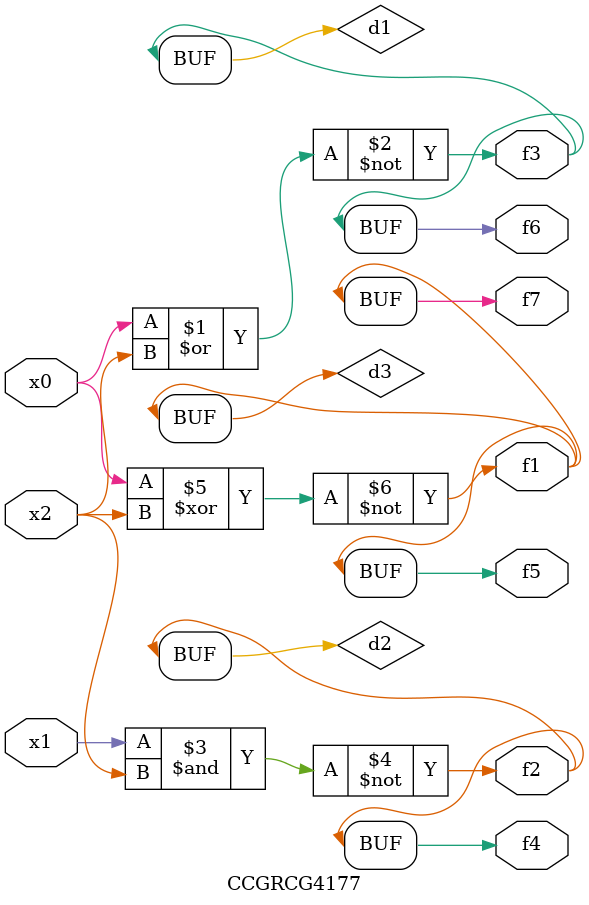
<source format=v>
module CCGRCG4177(
	input x0, x1, x2,
	output f1, f2, f3, f4, f5, f6, f7
);

	wire d1, d2, d3;

	nor (d1, x0, x2);
	nand (d2, x1, x2);
	xnor (d3, x0, x2);
	assign f1 = d3;
	assign f2 = d2;
	assign f3 = d1;
	assign f4 = d2;
	assign f5 = d3;
	assign f6 = d1;
	assign f7 = d3;
endmodule

</source>
